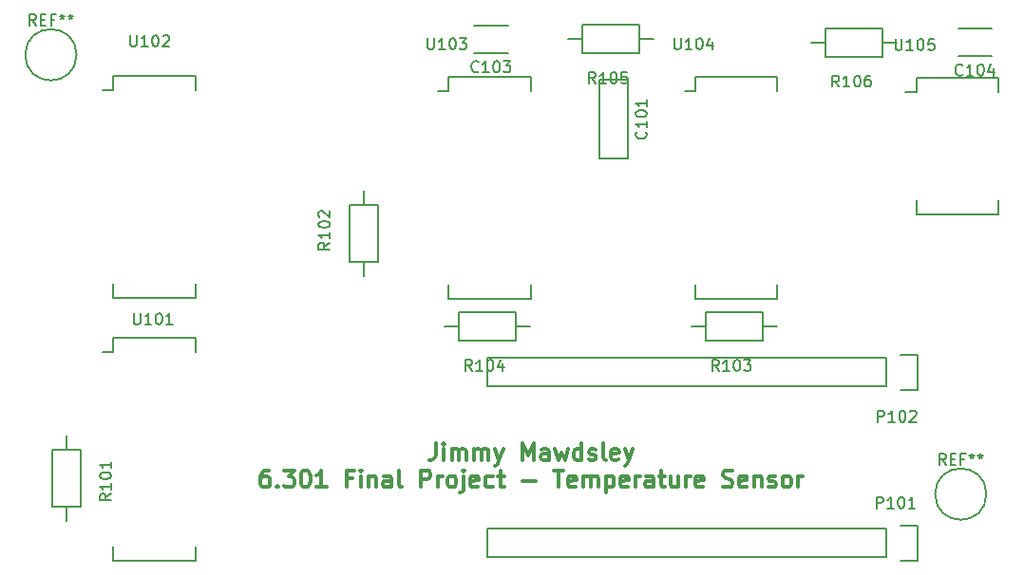
<source format=gto>
G04 #@! TF.FileFunction,Legend,Top*
%FSLAX46Y46*%
G04 Gerber Fmt 4.6, Leading zero omitted, Abs format (unit mm)*
G04 Created by KiCad (PCBNEW 4.0.1-stable) date Monday, December 05, 2016 'AMt' 03:58:46 AM*
%MOMM*%
G01*
G04 APERTURE LIST*
%ADD10C,0.100000*%
%ADD11C,0.300000*%
%ADD12C,0.150000*%
G04 APERTURE END LIST*
D10*
D11*
X80400000Y-112778571D02*
X80400000Y-113850000D01*
X80328572Y-114064286D01*
X80185715Y-114207143D01*
X79971429Y-114278571D01*
X79828572Y-114278571D01*
X81114286Y-114278571D02*
X81114286Y-113278571D01*
X81114286Y-112778571D02*
X81042857Y-112850000D01*
X81114286Y-112921429D01*
X81185714Y-112850000D01*
X81114286Y-112778571D01*
X81114286Y-112921429D01*
X81828572Y-114278571D02*
X81828572Y-113278571D01*
X81828572Y-113421429D02*
X81900000Y-113350000D01*
X82042858Y-113278571D01*
X82257143Y-113278571D01*
X82400000Y-113350000D01*
X82471429Y-113492857D01*
X82471429Y-114278571D01*
X82471429Y-113492857D02*
X82542858Y-113350000D01*
X82685715Y-113278571D01*
X82900000Y-113278571D01*
X83042858Y-113350000D01*
X83114286Y-113492857D01*
X83114286Y-114278571D01*
X83828572Y-114278571D02*
X83828572Y-113278571D01*
X83828572Y-113421429D02*
X83900000Y-113350000D01*
X84042858Y-113278571D01*
X84257143Y-113278571D01*
X84400000Y-113350000D01*
X84471429Y-113492857D01*
X84471429Y-114278571D01*
X84471429Y-113492857D02*
X84542858Y-113350000D01*
X84685715Y-113278571D01*
X84900000Y-113278571D01*
X85042858Y-113350000D01*
X85114286Y-113492857D01*
X85114286Y-114278571D01*
X85685715Y-113278571D02*
X86042858Y-114278571D01*
X86400000Y-113278571D02*
X86042858Y-114278571D01*
X85900000Y-114635714D01*
X85828572Y-114707143D01*
X85685715Y-114778571D01*
X88114286Y-114278571D02*
X88114286Y-112778571D01*
X88614286Y-113850000D01*
X89114286Y-112778571D01*
X89114286Y-114278571D01*
X90471429Y-114278571D02*
X90471429Y-113492857D01*
X90400000Y-113350000D01*
X90257143Y-113278571D01*
X89971429Y-113278571D01*
X89828572Y-113350000D01*
X90471429Y-114207143D02*
X90328572Y-114278571D01*
X89971429Y-114278571D01*
X89828572Y-114207143D01*
X89757143Y-114064286D01*
X89757143Y-113921429D01*
X89828572Y-113778571D01*
X89971429Y-113707143D01*
X90328572Y-113707143D01*
X90471429Y-113635714D01*
X91042858Y-113278571D02*
X91328572Y-114278571D01*
X91614286Y-113564286D01*
X91900001Y-114278571D01*
X92185715Y-113278571D01*
X93400001Y-114278571D02*
X93400001Y-112778571D01*
X93400001Y-114207143D02*
X93257144Y-114278571D01*
X92971430Y-114278571D01*
X92828572Y-114207143D01*
X92757144Y-114135714D01*
X92685715Y-113992857D01*
X92685715Y-113564286D01*
X92757144Y-113421429D01*
X92828572Y-113350000D01*
X92971430Y-113278571D01*
X93257144Y-113278571D01*
X93400001Y-113350000D01*
X94042858Y-114207143D02*
X94185715Y-114278571D01*
X94471430Y-114278571D01*
X94614287Y-114207143D01*
X94685715Y-114064286D01*
X94685715Y-113992857D01*
X94614287Y-113850000D01*
X94471430Y-113778571D01*
X94257144Y-113778571D01*
X94114287Y-113707143D01*
X94042858Y-113564286D01*
X94042858Y-113492857D01*
X94114287Y-113350000D01*
X94257144Y-113278571D01*
X94471430Y-113278571D01*
X94614287Y-113350000D01*
X95542859Y-114278571D02*
X95400001Y-114207143D01*
X95328573Y-114064286D01*
X95328573Y-112778571D01*
X96685715Y-114207143D02*
X96542858Y-114278571D01*
X96257144Y-114278571D01*
X96114287Y-114207143D01*
X96042858Y-114064286D01*
X96042858Y-113492857D01*
X96114287Y-113350000D01*
X96257144Y-113278571D01*
X96542858Y-113278571D01*
X96685715Y-113350000D01*
X96757144Y-113492857D01*
X96757144Y-113635714D01*
X96042858Y-113778571D01*
X97257144Y-113278571D02*
X97614287Y-114278571D01*
X97971429Y-113278571D02*
X97614287Y-114278571D01*
X97471429Y-114635714D01*
X97400001Y-114707143D01*
X97257144Y-114778571D01*
X65507145Y-115178571D02*
X65221431Y-115178571D01*
X65078574Y-115250000D01*
X65007145Y-115321429D01*
X64864288Y-115535714D01*
X64792859Y-115821429D01*
X64792859Y-116392857D01*
X64864288Y-116535714D01*
X64935716Y-116607143D01*
X65078574Y-116678571D01*
X65364288Y-116678571D01*
X65507145Y-116607143D01*
X65578574Y-116535714D01*
X65650002Y-116392857D01*
X65650002Y-116035714D01*
X65578574Y-115892857D01*
X65507145Y-115821429D01*
X65364288Y-115750000D01*
X65078574Y-115750000D01*
X64935716Y-115821429D01*
X64864288Y-115892857D01*
X64792859Y-116035714D01*
X66292859Y-116535714D02*
X66364287Y-116607143D01*
X66292859Y-116678571D01*
X66221430Y-116607143D01*
X66292859Y-116535714D01*
X66292859Y-116678571D01*
X66864288Y-115178571D02*
X67792859Y-115178571D01*
X67292859Y-115750000D01*
X67507145Y-115750000D01*
X67650002Y-115821429D01*
X67721431Y-115892857D01*
X67792859Y-116035714D01*
X67792859Y-116392857D01*
X67721431Y-116535714D01*
X67650002Y-116607143D01*
X67507145Y-116678571D01*
X67078573Y-116678571D01*
X66935716Y-116607143D01*
X66864288Y-116535714D01*
X68721430Y-115178571D02*
X68864287Y-115178571D01*
X69007144Y-115250000D01*
X69078573Y-115321429D01*
X69150002Y-115464286D01*
X69221430Y-115750000D01*
X69221430Y-116107143D01*
X69150002Y-116392857D01*
X69078573Y-116535714D01*
X69007144Y-116607143D01*
X68864287Y-116678571D01*
X68721430Y-116678571D01*
X68578573Y-116607143D01*
X68507144Y-116535714D01*
X68435716Y-116392857D01*
X68364287Y-116107143D01*
X68364287Y-115750000D01*
X68435716Y-115464286D01*
X68507144Y-115321429D01*
X68578573Y-115250000D01*
X68721430Y-115178571D01*
X70650001Y-116678571D02*
X69792858Y-116678571D01*
X70221430Y-116678571D02*
X70221430Y-115178571D01*
X70078573Y-115392857D01*
X69935715Y-115535714D01*
X69792858Y-115607143D01*
X72935715Y-115892857D02*
X72435715Y-115892857D01*
X72435715Y-116678571D02*
X72435715Y-115178571D01*
X73150001Y-115178571D01*
X73721429Y-116678571D02*
X73721429Y-115678571D01*
X73721429Y-115178571D02*
X73650000Y-115250000D01*
X73721429Y-115321429D01*
X73792857Y-115250000D01*
X73721429Y-115178571D01*
X73721429Y-115321429D01*
X74435715Y-115678571D02*
X74435715Y-116678571D01*
X74435715Y-115821429D02*
X74507143Y-115750000D01*
X74650001Y-115678571D01*
X74864286Y-115678571D01*
X75007143Y-115750000D01*
X75078572Y-115892857D01*
X75078572Y-116678571D01*
X76435715Y-116678571D02*
X76435715Y-115892857D01*
X76364286Y-115750000D01*
X76221429Y-115678571D01*
X75935715Y-115678571D01*
X75792858Y-115750000D01*
X76435715Y-116607143D02*
X76292858Y-116678571D01*
X75935715Y-116678571D01*
X75792858Y-116607143D01*
X75721429Y-116464286D01*
X75721429Y-116321429D01*
X75792858Y-116178571D01*
X75935715Y-116107143D01*
X76292858Y-116107143D01*
X76435715Y-116035714D01*
X77364287Y-116678571D02*
X77221429Y-116607143D01*
X77150001Y-116464286D01*
X77150001Y-115178571D01*
X79078572Y-116678571D02*
X79078572Y-115178571D01*
X79650000Y-115178571D01*
X79792858Y-115250000D01*
X79864286Y-115321429D01*
X79935715Y-115464286D01*
X79935715Y-115678571D01*
X79864286Y-115821429D01*
X79792858Y-115892857D01*
X79650000Y-115964286D01*
X79078572Y-115964286D01*
X80578572Y-116678571D02*
X80578572Y-115678571D01*
X80578572Y-115964286D02*
X80650000Y-115821429D01*
X80721429Y-115750000D01*
X80864286Y-115678571D01*
X81007143Y-115678571D01*
X81721429Y-116678571D02*
X81578571Y-116607143D01*
X81507143Y-116535714D01*
X81435714Y-116392857D01*
X81435714Y-115964286D01*
X81507143Y-115821429D01*
X81578571Y-115750000D01*
X81721429Y-115678571D01*
X81935714Y-115678571D01*
X82078571Y-115750000D01*
X82150000Y-115821429D01*
X82221429Y-115964286D01*
X82221429Y-116392857D01*
X82150000Y-116535714D01*
X82078571Y-116607143D01*
X81935714Y-116678571D01*
X81721429Y-116678571D01*
X82864286Y-115678571D02*
X82864286Y-116964286D01*
X82792857Y-117107143D01*
X82650000Y-117178571D01*
X82578572Y-117178571D01*
X82864286Y-115178571D02*
X82792857Y-115250000D01*
X82864286Y-115321429D01*
X82935714Y-115250000D01*
X82864286Y-115178571D01*
X82864286Y-115321429D01*
X84150000Y-116607143D02*
X84007143Y-116678571D01*
X83721429Y-116678571D01*
X83578572Y-116607143D01*
X83507143Y-116464286D01*
X83507143Y-115892857D01*
X83578572Y-115750000D01*
X83721429Y-115678571D01*
X84007143Y-115678571D01*
X84150000Y-115750000D01*
X84221429Y-115892857D01*
X84221429Y-116035714D01*
X83507143Y-116178571D01*
X85507143Y-116607143D02*
X85364286Y-116678571D01*
X85078572Y-116678571D01*
X84935714Y-116607143D01*
X84864286Y-116535714D01*
X84792857Y-116392857D01*
X84792857Y-115964286D01*
X84864286Y-115821429D01*
X84935714Y-115750000D01*
X85078572Y-115678571D01*
X85364286Y-115678571D01*
X85507143Y-115750000D01*
X85935714Y-115678571D02*
X86507143Y-115678571D01*
X86150000Y-115178571D02*
X86150000Y-116464286D01*
X86221428Y-116607143D01*
X86364286Y-116678571D01*
X86507143Y-116678571D01*
X88150000Y-116107143D02*
X89292857Y-116107143D01*
X90935714Y-115178571D02*
X91792857Y-115178571D01*
X91364286Y-116678571D02*
X91364286Y-115178571D01*
X92864285Y-116607143D02*
X92721428Y-116678571D01*
X92435714Y-116678571D01*
X92292857Y-116607143D01*
X92221428Y-116464286D01*
X92221428Y-115892857D01*
X92292857Y-115750000D01*
X92435714Y-115678571D01*
X92721428Y-115678571D01*
X92864285Y-115750000D01*
X92935714Y-115892857D01*
X92935714Y-116035714D01*
X92221428Y-116178571D01*
X93578571Y-116678571D02*
X93578571Y-115678571D01*
X93578571Y-115821429D02*
X93649999Y-115750000D01*
X93792857Y-115678571D01*
X94007142Y-115678571D01*
X94149999Y-115750000D01*
X94221428Y-115892857D01*
X94221428Y-116678571D01*
X94221428Y-115892857D02*
X94292857Y-115750000D01*
X94435714Y-115678571D01*
X94649999Y-115678571D01*
X94792857Y-115750000D01*
X94864285Y-115892857D01*
X94864285Y-116678571D01*
X95578571Y-115678571D02*
X95578571Y-117178571D01*
X95578571Y-115750000D02*
X95721428Y-115678571D01*
X96007142Y-115678571D01*
X96149999Y-115750000D01*
X96221428Y-115821429D01*
X96292857Y-115964286D01*
X96292857Y-116392857D01*
X96221428Y-116535714D01*
X96149999Y-116607143D01*
X96007142Y-116678571D01*
X95721428Y-116678571D01*
X95578571Y-116607143D01*
X97507142Y-116607143D02*
X97364285Y-116678571D01*
X97078571Y-116678571D01*
X96935714Y-116607143D01*
X96864285Y-116464286D01*
X96864285Y-115892857D01*
X96935714Y-115750000D01*
X97078571Y-115678571D01*
X97364285Y-115678571D01*
X97507142Y-115750000D01*
X97578571Y-115892857D01*
X97578571Y-116035714D01*
X96864285Y-116178571D01*
X98221428Y-116678571D02*
X98221428Y-115678571D01*
X98221428Y-115964286D02*
X98292856Y-115821429D01*
X98364285Y-115750000D01*
X98507142Y-115678571D01*
X98649999Y-115678571D01*
X99792856Y-116678571D02*
X99792856Y-115892857D01*
X99721427Y-115750000D01*
X99578570Y-115678571D01*
X99292856Y-115678571D01*
X99149999Y-115750000D01*
X99792856Y-116607143D02*
X99649999Y-116678571D01*
X99292856Y-116678571D01*
X99149999Y-116607143D01*
X99078570Y-116464286D01*
X99078570Y-116321429D01*
X99149999Y-116178571D01*
X99292856Y-116107143D01*
X99649999Y-116107143D01*
X99792856Y-116035714D01*
X100292856Y-115678571D02*
X100864285Y-115678571D01*
X100507142Y-115178571D02*
X100507142Y-116464286D01*
X100578570Y-116607143D01*
X100721428Y-116678571D01*
X100864285Y-116678571D01*
X102007142Y-115678571D02*
X102007142Y-116678571D01*
X101364285Y-115678571D02*
X101364285Y-116464286D01*
X101435713Y-116607143D01*
X101578571Y-116678571D01*
X101792856Y-116678571D01*
X101935713Y-116607143D01*
X102007142Y-116535714D01*
X102721428Y-116678571D02*
X102721428Y-115678571D01*
X102721428Y-115964286D02*
X102792856Y-115821429D01*
X102864285Y-115750000D01*
X103007142Y-115678571D01*
X103149999Y-115678571D01*
X104221427Y-116607143D02*
X104078570Y-116678571D01*
X103792856Y-116678571D01*
X103649999Y-116607143D01*
X103578570Y-116464286D01*
X103578570Y-115892857D01*
X103649999Y-115750000D01*
X103792856Y-115678571D01*
X104078570Y-115678571D01*
X104221427Y-115750000D01*
X104292856Y-115892857D01*
X104292856Y-116035714D01*
X103578570Y-116178571D01*
X106007141Y-116607143D02*
X106221427Y-116678571D01*
X106578570Y-116678571D01*
X106721427Y-116607143D01*
X106792856Y-116535714D01*
X106864284Y-116392857D01*
X106864284Y-116250000D01*
X106792856Y-116107143D01*
X106721427Y-116035714D01*
X106578570Y-115964286D01*
X106292856Y-115892857D01*
X106149998Y-115821429D01*
X106078570Y-115750000D01*
X106007141Y-115607143D01*
X106007141Y-115464286D01*
X106078570Y-115321429D01*
X106149998Y-115250000D01*
X106292856Y-115178571D01*
X106649998Y-115178571D01*
X106864284Y-115250000D01*
X108078569Y-116607143D02*
X107935712Y-116678571D01*
X107649998Y-116678571D01*
X107507141Y-116607143D01*
X107435712Y-116464286D01*
X107435712Y-115892857D01*
X107507141Y-115750000D01*
X107649998Y-115678571D01*
X107935712Y-115678571D01*
X108078569Y-115750000D01*
X108149998Y-115892857D01*
X108149998Y-116035714D01*
X107435712Y-116178571D01*
X108792855Y-115678571D02*
X108792855Y-116678571D01*
X108792855Y-115821429D02*
X108864283Y-115750000D01*
X109007141Y-115678571D01*
X109221426Y-115678571D01*
X109364283Y-115750000D01*
X109435712Y-115892857D01*
X109435712Y-116678571D01*
X110078569Y-116607143D02*
X110221426Y-116678571D01*
X110507141Y-116678571D01*
X110649998Y-116607143D01*
X110721426Y-116464286D01*
X110721426Y-116392857D01*
X110649998Y-116250000D01*
X110507141Y-116178571D01*
X110292855Y-116178571D01*
X110149998Y-116107143D01*
X110078569Y-115964286D01*
X110078569Y-115892857D01*
X110149998Y-115750000D01*
X110292855Y-115678571D01*
X110507141Y-115678571D01*
X110649998Y-115750000D01*
X111578570Y-116678571D02*
X111435712Y-116607143D01*
X111364284Y-116535714D01*
X111292855Y-116392857D01*
X111292855Y-115964286D01*
X111364284Y-115821429D01*
X111435712Y-115750000D01*
X111578570Y-115678571D01*
X111792855Y-115678571D01*
X111935712Y-115750000D01*
X112007141Y-115821429D01*
X112078570Y-115964286D01*
X112078570Y-116392857D01*
X112007141Y-116535714D01*
X111935712Y-116607143D01*
X111792855Y-116678571D01*
X111578570Y-116678571D01*
X112721427Y-116678571D02*
X112721427Y-115678571D01*
X112721427Y-115964286D02*
X112792855Y-115821429D01*
X112864284Y-115750000D01*
X113007141Y-115678571D01*
X113149998Y-115678571D01*
D12*
X97516000Y-80360000D02*
X97516000Y-87360000D01*
X97516000Y-87360000D02*
X95016000Y-87360000D01*
X95016000Y-87360000D02*
X95016000Y-80360000D01*
X95016000Y-80360000D02*
X97516000Y-80360000D01*
X86824000Y-77958000D02*
X83824000Y-77958000D01*
X83824000Y-75458000D02*
X86824000Y-75458000D01*
X129964000Y-78250000D02*
X126964000Y-78250000D01*
X126964000Y-75750000D02*
X129964000Y-75750000D01*
X120550000Y-122944000D02*
X84990000Y-122944000D01*
X84990000Y-122944000D02*
X84990000Y-120404000D01*
X84990000Y-120404000D02*
X120550000Y-120404000D01*
X123370000Y-120124000D02*
X121820000Y-120124000D01*
X120550000Y-120404000D02*
X120550000Y-122944000D01*
X121820000Y-123224000D02*
X123370000Y-123224000D01*
X123370000Y-123224000D02*
X123370000Y-120124000D01*
X120550000Y-107704000D02*
X84990000Y-107704000D01*
X84990000Y-107704000D02*
X84990000Y-105164000D01*
X84990000Y-105164000D02*
X120550000Y-105164000D01*
X123370000Y-104884000D02*
X121820000Y-104884000D01*
X120550000Y-105164000D02*
X120550000Y-107704000D01*
X121820000Y-107984000D02*
X123370000Y-107984000D01*
X123370000Y-107984000D02*
X123370000Y-104884000D01*
X48768000Y-113364000D02*
X48768000Y-118444000D01*
X48768000Y-118444000D02*
X46228000Y-118444000D01*
X46228000Y-118444000D02*
X46228000Y-113364000D01*
X46228000Y-113364000D02*
X48768000Y-113364000D01*
X47498000Y-113364000D02*
X47498000Y-112094000D01*
X47498000Y-118444000D02*
X47498000Y-119714000D01*
X72730000Y-96540000D02*
X72730000Y-91460000D01*
X72730000Y-91460000D02*
X75270000Y-91460000D01*
X75270000Y-91460000D02*
X75270000Y-96540000D01*
X75270000Y-96540000D02*
X72730000Y-96540000D01*
X74000000Y-96540000D02*
X74000000Y-97810000D01*
X74000000Y-91460000D02*
X74000000Y-90190000D01*
X109540000Y-103632000D02*
X104460000Y-103632000D01*
X104460000Y-103632000D02*
X104460000Y-101092000D01*
X104460000Y-101092000D02*
X109540000Y-101092000D01*
X109540000Y-101092000D02*
X109540000Y-103632000D01*
X109540000Y-102362000D02*
X110810000Y-102362000D01*
X104460000Y-102362000D02*
X103190000Y-102362000D01*
X87540000Y-103632000D02*
X82460000Y-103632000D01*
X82460000Y-103632000D02*
X82460000Y-101092000D01*
X82460000Y-101092000D02*
X87540000Y-101092000D01*
X87540000Y-101092000D02*
X87540000Y-103632000D01*
X87540000Y-102362000D02*
X88810000Y-102362000D01*
X82460000Y-102362000D02*
X81190000Y-102362000D01*
X98552000Y-77978000D02*
X93472000Y-77978000D01*
X93472000Y-77978000D02*
X93472000Y-75438000D01*
X93472000Y-75438000D02*
X98552000Y-75438000D01*
X98552000Y-75438000D02*
X98552000Y-77978000D01*
X98552000Y-76708000D02*
X99822000Y-76708000D01*
X93472000Y-76708000D02*
X92202000Y-76708000D01*
X120254000Y-78270000D02*
X115174000Y-78270000D01*
X115174000Y-78270000D02*
X115174000Y-75730000D01*
X115174000Y-75730000D02*
X120254000Y-75730000D01*
X120254000Y-75730000D02*
X120254000Y-78270000D01*
X120254000Y-77000000D02*
X121524000Y-77000000D01*
X115174000Y-77000000D02*
X113904000Y-77000000D01*
X51635000Y-103389000D02*
X51635000Y-104659000D01*
X58985000Y-103389000D02*
X58985000Y-104659000D01*
X58985000Y-123219000D02*
X58985000Y-121949000D01*
X51635000Y-123219000D02*
X51635000Y-121949000D01*
X51635000Y-103389000D02*
X58985000Y-103389000D01*
X51635000Y-123219000D02*
X58985000Y-123219000D01*
X51635000Y-104659000D02*
X50700000Y-104659000D01*
X51615000Y-80005000D02*
X51615000Y-81275000D01*
X58965000Y-80005000D02*
X58965000Y-81275000D01*
X58965000Y-99835000D02*
X58965000Y-98565000D01*
X51615000Y-99835000D02*
X51615000Y-98565000D01*
X51615000Y-80005000D02*
X58965000Y-80005000D01*
X51615000Y-99835000D02*
X58965000Y-99835000D01*
X51615000Y-81275000D02*
X50680000Y-81275000D01*
X81515000Y-80085000D02*
X81515000Y-81355000D01*
X88865000Y-80085000D02*
X88865000Y-81355000D01*
X88865000Y-99915000D02*
X88865000Y-98645000D01*
X81515000Y-99915000D02*
X81515000Y-98645000D01*
X81515000Y-80085000D02*
X88865000Y-80085000D01*
X81515000Y-99915000D02*
X88865000Y-99915000D01*
X81515000Y-81355000D02*
X80580000Y-81355000D01*
X103515000Y-80085000D02*
X103515000Y-81355000D01*
X110865000Y-80085000D02*
X110865000Y-81355000D01*
X110865000Y-99915000D02*
X110865000Y-98645000D01*
X103515000Y-99915000D02*
X103515000Y-98645000D01*
X103515000Y-80085000D02*
X110865000Y-80085000D01*
X103515000Y-99915000D02*
X110865000Y-99915000D01*
X103515000Y-81355000D02*
X102580000Y-81355000D01*
X123229000Y-80165000D02*
X123229000Y-81435000D01*
X130579000Y-80165000D02*
X130579000Y-81435000D01*
X130579000Y-92375000D02*
X130579000Y-91105000D01*
X123229000Y-92375000D02*
X123229000Y-91105000D01*
X123229000Y-80165000D02*
X130579000Y-80165000D01*
X123229000Y-92375000D02*
X130579000Y-92375000D01*
X123229000Y-81435000D02*
X122294000Y-81435000D01*
X48386000Y-78100000D02*
G75*
G03X48386000Y-78100000I-2286000J0D01*
G01*
X129486000Y-117300000D02*
G75*
G03X129486000Y-117300000I-2286000J0D01*
G01*
X99123143Y-84979047D02*
X99170762Y-85026666D01*
X99218381Y-85169523D01*
X99218381Y-85264761D01*
X99170762Y-85407619D01*
X99075524Y-85502857D01*
X98980286Y-85550476D01*
X98789810Y-85598095D01*
X98646952Y-85598095D01*
X98456476Y-85550476D01*
X98361238Y-85502857D01*
X98266000Y-85407619D01*
X98218381Y-85264761D01*
X98218381Y-85169523D01*
X98266000Y-85026666D01*
X98313619Y-84979047D01*
X99218381Y-84026666D02*
X99218381Y-84598095D01*
X99218381Y-84312381D02*
X98218381Y-84312381D01*
X98361238Y-84407619D01*
X98456476Y-84502857D01*
X98504095Y-84598095D01*
X98218381Y-83407619D02*
X98218381Y-83312380D01*
X98266000Y-83217142D01*
X98313619Y-83169523D01*
X98408857Y-83121904D01*
X98599333Y-83074285D01*
X98837429Y-83074285D01*
X99027905Y-83121904D01*
X99123143Y-83169523D01*
X99170762Y-83217142D01*
X99218381Y-83312380D01*
X99218381Y-83407619D01*
X99170762Y-83502857D01*
X99123143Y-83550476D01*
X99027905Y-83598095D01*
X98837429Y-83645714D01*
X98599333Y-83645714D01*
X98408857Y-83598095D01*
X98313619Y-83550476D01*
X98266000Y-83502857D01*
X98218381Y-83407619D01*
X99218381Y-82121904D02*
X99218381Y-82693333D01*
X99218381Y-82407619D02*
X98218381Y-82407619D01*
X98361238Y-82502857D01*
X98456476Y-82598095D01*
X98504095Y-82693333D01*
X84204953Y-79565143D02*
X84157334Y-79612762D01*
X84014477Y-79660381D01*
X83919239Y-79660381D01*
X83776381Y-79612762D01*
X83681143Y-79517524D01*
X83633524Y-79422286D01*
X83585905Y-79231810D01*
X83585905Y-79088952D01*
X83633524Y-78898476D01*
X83681143Y-78803238D01*
X83776381Y-78708000D01*
X83919239Y-78660381D01*
X84014477Y-78660381D01*
X84157334Y-78708000D01*
X84204953Y-78755619D01*
X85157334Y-79660381D02*
X84585905Y-79660381D01*
X84871619Y-79660381D02*
X84871619Y-78660381D01*
X84776381Y-78803238D01*
X84681143Y-78898476D01*
X84585905Y-78946095D01*
X85776381Y-78660381D02*
X85871620Y-78660381D01*
X85966858Y-78708000D01*
X86014477Y-78755619D01*
X86062096Y-78850857D01*
X86109715Y-79041333D01*
X86109715Y-79279429D01*
X86062096Y-79469905D01*
X86014477Y-79565143D01*
X85966858Y-79612762D01*
X85871620Y-79660381D01*
X85776381Y-79660381D01*
X85681143Y-79612762D01*
X85633524Y-79565143D01*
X85585905Y-79469905D01*
X85538286Y-79279429D01*
X85538286Y-79041333D01*
X85585905Y-78850857D01*
X85633524Y-78755619D01*
X85681143Y-78708000D01*
X85776381Y-78660381D01*
X86443048Y-78660381D02*
X87062096Y-78660381D01*
X86728762Y-79041333D01*
X86871620Y-79041333D01*
X86966858Y-79088952D01*
X87014477Y-79136571D01*
X87062096Y-79231810D01*
X87062096Y-79469905D01*
X87014477Y-79565143D01*
X86966858Y-79612762D01*
X86871620Y-79660381D01*
X86585905Y-79660381D01*
X86490667Y-79612762D01*
X86443048Y-79565143D01*
X127344953Y-79857143D02*
X127297334Y-79904762D01*
X127154477Y-79952381D01*
X127059239Y-79952381D01*
X126916381Y-79904762D01*
X126821143Y-79809524D01*
X126773524Y-79714286D01*
X126725905Y-79523810D01*
X126725905Y-79380952D01*
X126773524Y-79190476D01*
X126821143Y-79095238D01*
X126916381Y-79000000D01*
X127059239Y-78952381D01*
X127154477Y-78952381D01*
X127297334Y-79000000D01*
X127344953Y-79047619D01*
X128297334Y-79952381D02*
X127725905Y-79952381D01*
X128011619Y-79952381D02*
X128011619Y-78952381D01*
X127916381Y-79095238D01*
X127821143Y-79190476D01*
X127725905Y-79238095D01*
X128916381Y-78952381D02*
X129011620Y-78952381D01*
X129106858Y-79000000D01*
X129154477Y-79047619D01*
X129202096Y-79142857D01*
X129249715Y-79333333D01*
X129249715Y-79571429D01*
X129202096Y-79761905D01*
X129154477Y-79857143D01*
X129106858Y-79904762D01*
X129011620Y-79952381D01*
X128916381Y-79952381D01*
X128821143Y-79904762D01*
X128773524Y-79857143D01*
X128725905Y-79761905D01*
X128678286Y-79571429D01*
X128678286Y-79333333D01*
X128725905Y-79142857D01*
X128773524Y-79047619D01*
X128821143Y-79000000D01*
X128916381Y-78952381D01*
X130106858Y-79285714D02*
X130106858Y-79952381D01*
X129868762Y-78904762D02*
X129630667Y-79619048D01*
X130249715Y-79619048D01*
X119709524Y-118552381D02*
X119709524Y-117552381D01*
X120090477Y-117552381D01*
X120185715Y-117600000D01*
X120233334Y-117647619D01*
X120280953Y-117742857D01*
X120280953Y-117885714D01*
X120233334Y-117980952D01*
X120185715Y-118028571D01*
X120090477Y-118076190D01*
X119709524Y-118076190D01*
X121233334Y-118552381D02*
X120661905Y-118552381D01*
X120947619Y-118552381D02*
X120947619Y-117552381D01*
X120852381Y-117695238D01*
X120757143Y-117790476D01*
X120661905Y-117838095D01*
X121852381Y-117552381D02*
X121947620Y-117552381D01*
X122042858Y-117600000D01*
X122090477Y-117647619D01*
X122138096Y-117742857D01*
X122185715Y-117933333D01*
X122185715Y-118171429D01*
X122138096Y-118361905D01*
X122090477Y-118457143D01*
X122042858Y-118504762D01*
X121947620Y-118552381D01*
X121852381Y-118552381D01*
X121757143Y-118504762D01*
X121709524Y-118457143D01*
X121661905Y-118361905D01*
X121614286Y-118171429D01*
X121614286Y-117933333D01*
X121661905Y-117742857D01*
X121709524Y-117647619D01*
X121757143Y-117600000D01*
X121852381Y-117552381D01*
X123138096Y-118552381D02*
X122566667Y-118552381D01*
X122852381Y-118552381D02*
X122852381Y-117552381D01*
X122757143Y-117695238D01*
X122661905Y-117790476D01*
X122566667Y-117838095D01*
X119809524Y-110852381D02*
X119809524Y-109852381D01*
X120190477Y-109852381D01*
X120285715Y-109900000D01*
X120333334Y-109947619D01*
X120380953Y-110042857D01*
X120380953Y-110185714D01*
X120333334Y-110280952D01*
X120285715Y-110328571D01*
X120190477Y-110376190D01*
X119809524Y-110376190D01*
X121333334Y-110852381D02*
X120761905Y-110852381D01*
X121047619Y-110852381D02*
X121047619Y-109852381D01*
X120952381Y-109995238D01*
X120857143Y-110090476D01*
X120761905Y-110138095D01*
X121952381Y-109852381D02*
X122047620Y-109852381D01*
X122142858Y-109900000D01*
X122190477Y-109947619D01*
X122238096Y-110042857D01*
X122285715Y-110233333D01*
X122285715Y-110471429D01*
X122238096Y-110661905D01*
X122190477Y-110757143D01*
X122142858Y-110804762D01*
X122047620Y-110852381D01*
X121952381Y-110852381D01*
X121857143Y-110804762D01*
X121809524Y-110757143D01*
X121761905Y-110661905D01*
X121714286Y-110471429D01*
X121714286Y-110233333D01*
X121761905Y-110042857D01*
X121809524Y-109947619D01*
X121857143Y-109900000D01*
X121952381Y-109852381D01*
X122666667Y-109947619D02*
X122714286Y-109900000D01*
X122809524Y-109852381D01*
X123047620Y-109852381D01*
X123142858Y-109900000D01*
X123190477Y-109947619D01*
X123238096Y-110042857D01*
X123238096Y-110138095D01*
X123190477Y-110280952D01*
X122619048Y-110852381D01*
X123238096Y-110852381D01*
X51450501Y-117271967D02*
X50974310Y-117605301D01*
X51450501Y-117843396D02*
X50450501Y-117843396D01*
X50450501Y-117462443D01*
X50498120Y-117367205D01*
X50545739Y-117319586D01*
X50640977Y-117271967D01*
X50783834Y-117271967D01*
X50879072Y-117319586D01*
X50926691Y-117367205D01*
X50974310Y-117462443D01*
X50974310Y-117843396D01*
X51450501Y-116319586D02*
X51450501Y-116891015D01*
X51450501Y-116605301D02*
X50450501Y-116605301D01*
X50593358Y-116700539D01*
X50688596Y-116795777D01*
X50736215Y-116891015D01*
X50450501Y-115700539D02*
X50450501Y-115605300D01*
X50498120Y-115510062D01*
X50545739Y-115462443D01*
X50640977Y-115414824D01*
X50831453Y-115367205D01*
X51069549Y-115367205D01*
X51260025Y-115414824D01*
X51355263Y-115462443D01*
X51402882Y-115510062D01*
X51450501Y-115605300D01*
X51450501Y-115700539D01*
X51402882Y-115795777D01*
X51355263Y-115843396D01*
X51260025Y-115891015D01*
X51069549Y-115938634D01*
X50831453Y-115938634D01*
X50640977Y-115891015D01*
X50545739Y-115843396D01*
X50498120Y-115795777D01*
X50450501Y-115700539D01*
X51450501Y-114414824D02*
X51450501Y-114986253D01*
X51450501Y-114700539D02*
X50450501Y-114700539D01*
X50593358Y-114795777D01*
X50688596Y-114891015D01*
X50736215Y-114986253D01*
X70952261Y-94870127D02*
X70476070Y-95203461D01*
X70952261Y-95441556D02*
X69952261Y-95441556D01*
X69952261Y-95060603D01*
X69999880Y-94965365D01*
X70047499Y-94917746D01*
X70142737Y-94870127D01*
X70285594Y-94870127D01*
X70380832Y-94917746D01*
X70428451Y-94965365D01*
X70476070Y-95060603D01*
X70476070Y-95441556D01*
X70952261Y-93917746D02*
X70952261Y-94489175D01*
X70952261Y-94203461D02*
X69952261Y-94203461D01*
X70095118Y-94298699D01*
X70190356Y-94393937D01*
X70237975Y-94489175D01*
X69952261Y-93298699D02*
X69952261Y-93203460D01*
X69999880Y-93108222D01*
X70047499Y-93060603D01*
X70142737Y-93012984D01*
X70333213Y-92965365D01*
X70571309Y-92965365D01*
X70761785Y-93012984D01*
X70857023Y-93060603D01*
X70904642Y-93108222D01*
X70952261Y-93203460D01*
X70952261Y-93298699D01*
X70904642Y-93393937D01*
X70857023Y-93441556D01*
X70761785Y-93489175D01*
X70571309Y-93536794D01*
X70333213Y-93536794D01*
X70142737Y-93489175D01*
X70047499Y-93441556D01*
X69999880Y-93393937D01*
X69952261Y-93298699D01*
X70047499Y-92584413D02*
X69999880Y-92536794D01*
X69952261Y-92441556D01*
X69952261Y-92203460D01*
X69999880Y-92108222D01*
X70047499Y-92060603D01*
X70142737Y-92012984D01*
X70237975Y-92012984D01*
X70380832Y-92060603D01*
X70952261Y-92632032D01*
X70952261Y-92012984D01*
X105632033Y-106314501D02*
X105298699Y-105838310D01*
X105060604Y-106314501D02*
X105060604Y-105314501D01*
X105441557Y-105314501D01*
X105536795Y-105362120D01*
X105584414Y-105409739D01*
X105632033Y-105504977D01*
X105632033Y-105647834D01*
X105584414Y-105743072D01*
X105536795Y-105790691D01*
X105441557Y-105838310D01*
X105060604Y-105838310D01*
X106584414Y-106314501D02*
X106012985Y-106314501D01*
X106298699Y-106314501D02*
X106298699Y-105314501D01*
X106203461Y-105457358D01*
X106108223Y-105552596D01*
X106012985Y-105600215D01*
X107203461Y-105314501D02*
X107298700Y-105314501D01*
X107393938Y-105362120D01*
X107441557Y-105409739D01*
X107489176Y-105504977D01*
X107536795Y-105695453D01*
X107536795Y-105933549D01*
X107489176Y-106124025D01*
X107441557Y-106219263D01*
X107393938Y-106266882D01*
X107298700Y-106314501D01*
X107203461Y-106314501D01*
X107108223Y-106266882D01*
X107060604Y-106219263D01*
X107012985Y-106124025D01*
X106965366Y-105933549D01*
X106965366Y-105695453D01*
X107012985Y-105504977D01*
X107060604Y-105409739D01*
X107108223Y-105362120D01*
X107203461Y-105314501D01*
X107870128Y-105314501D02*
X108489176Y-105314501D01*
X108155842Y-105695453D01*
X108298700Y-105695453D01*
X108393938Y-105743072D01*
X108441557Y-105790691D01*
X108489176Y-105885930D01*
X108489176Y-106124025D01*
X108441557Y-106219263D01*
X108393938Y-106266882D01*
X108298700Y-106314501D01*
X108012985Y-106314501D01*
X107917747Y-106266882D01*
X107870128Y-106219263D01*
X83632033Y-106314501D02*
X83298699Y-105838310D01*
X83060604Y-106314501D02*
X83060604Y-105314501D01*
X83441557Y-105314501D01*
X83536795Y-105362120D01*
X83584414Y-105409739D01*
X83632033Y-105504977D01*
X83632033Y-105647834D01*
X83584414Y-105743072D01*
X83536795Y-105790691D01*
X83441557Y-105838310D01*
X83060604Y-105838310D01*
X84584414Y-106314501D02*
X84012985Y-106314501D01*
X84298699Y-106314501D02*
X84298699Y-105314501D01*
X84203461Y-105457358D01*
X84108223Y-105552596D01*
X84012985Y-105600215D01*
X85203461Y-105314501D02*
X85298700Y-105314501D01*
X85393938Y-105362120D01*
X85441557Y-105409739D01*
X85489176Y-105504977D01*
X85536795Y-105695453D01*
X85536795Y-105933549D01*
X85489176Y-106124025D01*
X85441557Y-106219263D01*
X85393938Y-106266882D01*
X85298700Y-106314501D01*
X85203461Y-106314501D01*
X85108223Y-106266882D01*
X85060604Y-106219263D01*
X85012985Y-106124025D01*
X84965366Y-105933549D01*
X84965366Y-105695453D01*
X85012985Y-105504977D01*
X85060604Y-105409739D01*
X85108223Y-105362120D01*
X85203461Y-105314501D01*
X86393938Y-105647834D02*
X86393938Y-106314501D01*
X86155842Y-105266882D02*
X85917747Y-105981168D01*
X86536795Y-105981168D01*
X94644033Y-80660501D02*
X94310699Y-80184310D01*
X94072604Y-80660501D02*
X94072604Y-79660501D01*
X94453557Y-79660501D01*
X94548795Y-79708120D01*
X94596414Y-79755739D01*
X94644033Y-79850977D01*
X94644033Y-79993834D01*
X94596414Y-80089072D01*
X94548795Y-80136691D01*
X94453557Y-80184310D01*
X94072604Y-80184310D01*
X95596414Y-80660501D02*
X95024985Y-80660501D01*
X95310699Y-80660501D02*
X95310699Y-79660501D01*
X95215461Y-79803358D01*
X95120223Y-79898596D01*
X95024985Y-79946215D01*
X96215461Y-79660501D02*
X96310700Y-79660501D01*
X96405938Y-79708120D01*
X96453557Y-79755739D01*
X96501176Y-79850977D01*
X96548795Y-80041453D01*
X96548795Y-80279549D01*
X96501176Y-80470025D01*
X96453557Y-80565263D01*
X96405938Y-80612882D01*
X96310700Y-80660501D01*
X96215461Y-80660501D01*
X96120223Y-80612882D01*
X96072604Y-80565263D01*
X96024985Y-80470025D01*
X95977366Y-80279549D01*
X95977366Y-80041453D01*
X96024985Y-79850977D01*
X96072604Y-79755739D01*
X96120223Y-79708120D01*
X96215461Y-79660501D01*
X97453557Y-79660501D02*
X96977366Y-79660501D01*
X96929747Y-80136691D01*
X96977366Y-80089072D01*
X97072604Y-80041453D01*
X97310700Y-80041453D01*
X97405938Y-80089072D01*
X97453557Y-80136691D01*
X97501176Y-80231930D01*
X97501176Y-80470025D01*
X97453557Y-80565263D01*
X97405938Y-80612882D01*
X97310700Y-80660501D01*
X97072604Y-80660501D01*
X96977366Y-80612882D01*
X96929747Y-80565263D01*
X116346033Y-80952501D02*
X116012699Y-80476310D01*
X115774604Y-80952501D02*
X115774604Y-79952501D01*
X116155557Y-79952501D01*
X116250795Y-80000120D01*
X116298414Y-80047739D01*
X116346033Y-80142977D01*
X116346033Y-80285834D01*
X116298414Y-80381072D01*
X116250795Y-80428691D01*
X116155557Y-80476310D01*
X115774604Y-80476310D01*
X117298414Y-80952501D02*
X116726985Y-80952501D01*
X117012699Y-80952501D02*
X117012699Y-79952501D01*
X116917461Y-80095358D01*
X116822223Y-80190596D01*
X116726985Y-80238215D01*
X117917461Y-79952501D02*
X118012700Y-79952501D01*
X118107938Y-80000120D01*
X118155557Y-80047739D01*
X118203176Y-80142977D01*
X118250795Y-80333453D01*
X118250795Y-80571549D01*
X118203176Y-80762025D01*
X118155557Y-80857263D01*
X118107938Y-80904882D01*
X118012700Y-80952501D01*
X117917461Y-80952501D01*
X117822223Y-80904882D01*
X117774604Y-80857263D01*
X117726985Y-80762025D01*
X117679366Y-80571549D01*
X117679366Y-80333453D01*
X117726985Y-80142977D01*
X117774604Y-80047739D01*
X117822223Y-80000120D01*
X117917461Y-79952501D01*
X119107938Y-79952501D02*
X118917461Y-79952501D01*
X118822223Y-80000120D01*
X118774604Y-80047739D01*
X118679366Y-80190596D01*
X118631747Y-80381072D01*
X118631747Y-80762025D01*
X118679366Y-80857263D01*
X118726985Y-80904882D01*
X118822223Y-80952501D01*
X119012700Y-80952501D01*
X119107938Y-80904882D01*
X119155557Y-80857263D01*
X119203176Y-80762025D01*
X119203176Y-80523930D01*
X119155557Y-80428691D01*
X119107938Y-80381072D01*
X119012700Y-80333453D01*
X118822223Y-80333453D01*
X118726985Y-80381072D01*
X118679366Y-80428691D01*
X118631747Y-80523930D01*
X53485714Y-101152381D02*
X53485714Y-101961905D01*
X53533333Y-102057143D01*
X53580952Y-102104762D01*
X53676190Y-102152381D01*
X53866667Y-102152381D01*
X53961905Y-102104762D01*
X54009524Y-102057143D01*
X54057143Y-101961905D01*
X54057143Y-101152381D01*
X55057143Y-102152381D02*
X54485714Y-102152381D01*
X54771428Y-102152381D02*
X54771428Y-101152381D01*
X54676190Y-101295238D01*
X54580952Y-101390476D01*
X54485714Y-101438095D01*
X55676190Y-101152381D02*
X55771429Y-101152381D01*
X55866667Y-101200000D01*
X55914286Y-101247619D01*
X55961905Y-101342857D01*
X56009524Y-101533333D01*
X56009524Y-101771429D01*
X55961905Y-101961905D01*
X55914286Y-102057143D01*
X55866667Y-102104762D01*
X55771429Y-102152381D01*
X55676190Y-102152381D01*
X55580952Y-102104762D01*
X55533333Y-102057143D01*
X55485714Y-101961905D01*
X55438095Y-101771429D01*
X55438095Y-101533333D01*
X55485714Y-101342857D01*
X55533333Y-101247619D01*
X55580952Y-101200000D01*
X55676190Y-101152381D01*
X56961905Y-102152381D02*
X56390476Y-102152381D01*
X56676190Y-102152381D02*
X56676190Y-101152381D01*
X56580952Y-101295238D01*
X56485714Y-101390476D01*
X56390476Y-101438095D01*
X53185714Y-76352381D02*
X53185714Y-77161905D01*
X53233333Y-77257143D01*
X53280952Y-77304762D01*
X53376190Y-77352381D01*
X53566667Y-77352381D01*
X53661905Y-77304762D01*
X53709524Y-77257143D01*
X53757143Y-77161905D01*
X53757143Y-76352381D01*
X54757143Y-77352381D02*
X54185714Y-77352381D01*
X54471428Y-77352381D02*
X54471428Y-76352381D01*
X54376190Y-76495238D01*
X54280952Y-76590476D01*
X54185714Y-76638095D01*
X55376190Y-76352381D02*
X55471429Y-76352381D01*
X55566667Y-76400000D01*
X55614286Y-76447619D01*
X55661905Y-76542857D01*
X55709524Y-76733333D01*
X55709524Y-76971429D01*
X55661905Y-77161905D01*
X55614286Y-77257143D01*
X55566667Y-77304762D01*
X55471429Y-77352381D01*
X55376190Y-77352381D01*
X55280952Y-77304762D01*
X55233333Y-77257143D01*
X55185714Y-77161905D01*
X55138095Y-76971429D01*
X55138095Y-76733333D01*
X55185714Y-76542857D01*
X55233333Y-76447619D01*
X55280952Y-76400000D01*
X55376190Y-76352381D01*
X56090476Y-76447619D02*
X56138095Y-76400000D01*
X56233333Y-76352381D01*
X56471429Y-76352381D01*
X56566667Y-76400000D01*
X56614286Y-76447619D01*
X56661905Y-76542857D01*
X56661905Y-76638095D01*
X56614286Y-76780952D01*
X56042857Y-77352381D01*
X56661905Y-77352381D01*
X79665714Y-76612381D02*
X79665714Y-77421905D01*
X79713333Y-77517143D01*
X79760952Y-77564762D01*
X79856190Y-77612381D01*
X80046667Y-77612381D01*
X80141905Y-77564762D01*
X80189524Y-77517143D01*
X80237143Y-77421905D01*
X80237143Y-76612381D01*
X81237143Y-77612381D02*
X80665714Y-77612381D01*
X80951428Y-77612381D02*
X80951428Y-76612381D01*
X80856190Y-76755238D01*
X80760952Y-76850476D01*
X80665714Y-76898095D01*
X81856190Y-76612381D02*
X81951429Y-76612381D01*
X82046667Y-76660000D01*
X82094286Y-76707619D01*
X82141905Y-76802857D01*
X82189524Y-76993333D01*
X82189524Y-77231429D01*
X82141905Y-77421905D01*
X82094286Y-77517143D01*
X82046667Y-77564762D01*
X81951429Y-77612381D01*
X81856190Y-77612381D01*
X81760952Y-77564762D01*
X81713333Y-77517143D01*
X81665714Y-77421905D01*
X81618095Y-77231429D01*
X81618095Y-76993333D01*
X81665714Y-76802857D01*
X81713333Y-76707619D01*
X81760952Y-76660000D01*
X81856190Y-76612381D01*
X82522857Y-76612381D02*
X83141905Y-76612381D01*
X82808571Y-76993333D01*
X82951429Y-76993333D01*
X83046667Y-77040952D01*
X83094286Y-77088571D01*
X83141905Y-77183810D01*
X83141905Y-77421905D01*
X83094286Y-77517143D01*
X83046667Y-77564762D01*
X82951429Y-77612381D01*
X82665714Y-77612381D01*
X82570476Y-77564762D01*
X82522857Y-77517143D01*
X101665714Y-76612381D02*
X101665714Y-77421905D01*
X101713333Y-77517143D01*
X101760952Y-77564762D01*
X101856190Y-77612381D01*
X102046667Y-77612381D01*
X102141905Y-77564762D01*
X102189524Y-77517143D01*
X102237143Y-77421905D01*
X102237143Y-76612381D01*
X103237143Y-77612381D02*
X102665714Y-77612381D01*
X102951428Y-77612381D02*
X102951428Y-76612381D01*
X102856190Y-76755238D01*
X102760952Y-76850476D01*
X102665714Y-76898095D01*
X103856190Y-76612381D02*
X103951429Y-76612381D01*
X104046667Y-76660000D01*
X104094286Y-76707619D01*
X104141905Y-76802857D01*
X104189524Y-76993333D01*
X104189524Y-77231429D01*
X104141905Y-77421905D01*
X104094286Y-77517143D01*
X104046667Y-77564762D01*
X103951429Y-77612381D01*
X103856190Y-77612381D01*
X103760952Y-77564762D01*
X103713333Y-77517143D01*
X103665714Y-77421905D01*
X103618095Y-77231429D01*
X103618095Y-76993333D01*
X103665714Y-76802857D01*
X103713333Y-76707619D01*
X103760952Y-76660000D01*
X103856190Y-76612381D01*
X105046667Y-76945714D02*
X105046667Y-77612381D01*
X104808571Y-76564762D02*
X104570476Y-77279048D01*
X105189524Y-77279048D01*
X121379714Y-76692381D02*
X121379714Y-77501905D01*
X121427333Y-77597143D01*
X121474952Y-77644762D01*
X121570190Y-77692381D01*
X121760667Y-77692381D01*
X121855905Y-77644762D01*
X121903524Y-77597143D01*
X121951143Y-77501905D01*
X121951143Y-76692381D01*
X122951143Y-77692381D02*
X122379714Y-77692381D01*
X122665428Y-77692381D02*
X122665428Y-76692381D01*
X122570190Y-76835238D01*
X122474952Y-76930476D01*
X122379714Y-76978095D01*
X123570190Y-76692381D02*
X123665429Y-76692381D01*
X123760667Y-76740000D01*
X123808286Y-76787619D01*
X123855905Y-76882857D01*
X123903524Y-77073333D01*
X123903524Y-77311429D01*
X123855905Y-77501905D01*
X123808286Y-77597143D01*
X123760667Y-77644762D01*
X123665429Y-77692381D01*
X123570190Y-77692381D01*
X123474952Y-77644762D01*
X123427333Y-77597143D01*
X123379714Y-77501905D01*
X123332095Y-77311429D01*
X123332095Y-77073333D01*
X123379714Y-76882857D01*
X123427333Y-76787619D01*
X123474952Y-76740000D01*
X123570190Y-76692381D01*
X124808286Y-76692381D02*
X124332095Y-76692381D01*
X124284476Y-77168571D01*
X124332095Y-77120952D01*
X124427333Y-77073333D01*
X124665429Y-77073333D01*
X124760667Y-77120952D01*
X124808286Y-77168571D01*
X124855905Y-77263810D01*
X124855905Y-77501905D01*
X124808286Y-77597143D01*
X124760667Y-77644762D01*
X124665429Y-77692381D01*
X124427333Y-77692381D01*
X124332095Y-77644762D01*
X124284476Y-77597143D01*
X44766667Y-75504381D02*
X44433333Y-75028190D01*
X44195238Y-75504381D02*
X44195238Y-74504381D01*
X44576191Y-74504381D01*
X44671429Y-74552000D01*
X44719048Y-74599619D01*
X44766667Y-74694857D01*
X44766667Y-74837714D01*
X44719048Y-74932952D01*
X44671429Y-74980571D01*
X44576191Y-75028190D01*
X44195238Y-75028190D01*
X45195238Y-74980571D02*
X45528572Y-74980571D01*
X45671429Y-75504381D02*
X45195238Y-75504381D01*
X45195238Y-74504381D01*
X45671429Y-74504381D01*
X46433334Y-74980571D02*
X46100000Y-74980571D01*
X46100000Y-75504381D02*
X46100000Y-74504381D01*
X46576191Y-74504381D01*
X47100000Y-74504381D02*
X47100000Y-74742476D01*
X46861905Y-74647238D02*
X47100000Y-74742476D01*
X47338096Y-74647238D01*
X46957143Y-74932952D02*
X47100000Y-74742476D01*
X47242858Y-74932952D01*
X47861905Y-74504381D02*
X47861905Y-74742476D01*
X47623810Y-74647238D02*
X47861905Y-74742476D01*
X48100001Y-74647238D01*
X47719048Y-74932952D02*
X47861905Y-74742476D01*
X48004763Y-74932952D01*
X125866667Y-114704381D02*
X125533333Y-114228190D01*
X125295238Y-114704381D02*
X125295238Y-113704381D01*
X125676191Y-113704381D01*
X125771429Y-113752000D01*
X125819048Y-113799619D01*
X125866667Y-113894857D01*
X125866667Y-114037714D01*
X125819048Y-114132952D01*
X125771429Y-114180571D01*
X125676191Y-114228190D01*
X125295238Y-114228190D01*
X126295238Y-114180571D02*
X126628572Y-114180571D01*
X126771429Y-114704381D02*
X126295238Y-114704381D01*
X126295238Y-113704381D01*
X126771429Y-113704381D01*
X127533334Y-114180571D02*
X127200000Y-114180571D01*
X127200000Y-114704381D02*
X127200000Y-113704381D01*
X127676191Y-113704381D01*
X128200000Y-113704381D02*
X128200000Y-113942476D01*
X127961905Y-113847238D02*
X128200000Y-113942476D01*
X128438096Y-113847238D01*
X128057143Y-114132952D02*
X128200000Y-113942476D01*
X128342858Y-114132952D01*
X128961905Y-113704381D02*
X128961905Y-113942476D01*
X128723810Y-113847238D02*
X128961905Y-113942476D01*
X129200001Y-113847238D01*
X128819048Y-114132952D02*
X128961905Y-113942476D01*
X129104763Y-114132952D01*
M02*

</source>
